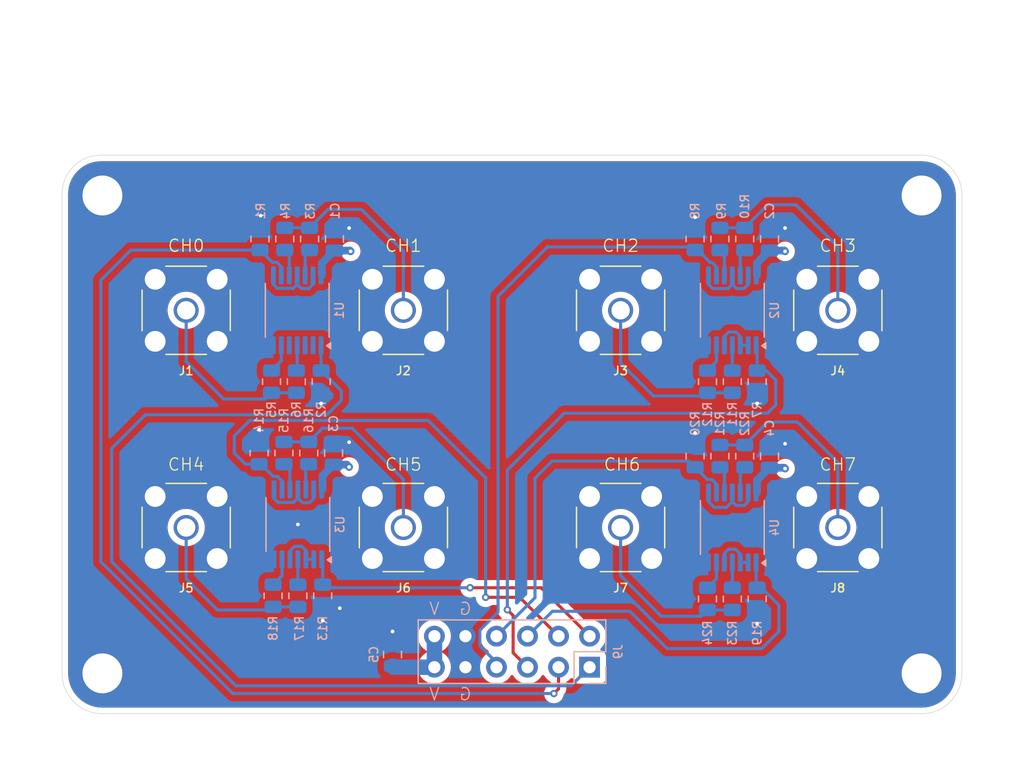
<source format=kicad_pcb>
(kicad_pcb (version 20240108) (generator "pcbnew") (generator_version "8.0")
  (title_block (title "PMOD Buffer") (date "2024-11-25") (rev "v1.0") (company "openEPR") (comment 1 "Timothy Keller"))
  (layers (0 "F.Cu" signal) (1 "In1.Cu" signal) (2 "In2.Cu" signal) (31 "B.Cu" signal) (34 "B.Paste" user) (35 "F.Paste" user) (36 "B.SilkS" user "B.Silkscreen") (37 "F.SilkS" user "F.Silkscreen") (38 "B.Mask" user) (39 "F.Mask" user) (44 "Edge.Cuts" user))
  (net 0 "")
  (net 1 "GND")
  (net 2 "+3.3V")
  (net 3 "CH0_ja_0")
  (net 4 "CH1_ja_1")
  (net 5 "CH2_ja_2")
  (net 6 "CH3_ja_3")
  (net 7 "CH4_ja_4")
  (net 8 "CH5_ja_5")
  (net 9 "CH6_ja_6")
  (net 10 "CH7_ja_7")
  (net 11 "PMOD_ja_1")
  (net 12 "PMOD_ja_7")
  (net 13 "PMOD_ja_8")
  (net 14 "PMOD_ja_3")
  (net 15 "PMOD_ja_2")
  (net 16 "PMOD_ja_10")
  (net 17 "PMOD_ja_4")
  (net 18 "PMOD_ja_9")
  (net 19 "Net-(R3-Pad1)")
  (net 20 "Net-(R4-Pad1)")
  (net 21 "Net-(R5-Pad1)")
  (net 22 "Net-(R6-Pad1)")
  (net 23 "Net-(R9-Pad1)")
  (net 24 "Net-(R10-Pad1)")
  (net 25 "Net-(R11-Pad1)")
  (net 26 "Net-(R12-Pad1)")
  (net 27 "Net-(R15-Pad1)")
  (net 28 "Net-(R16-Pad1)")
  (net 29 "Net-(R17-Pad1)")
  (net 30 "Net-(R18-Pad1)")
  (net 31 "Net-(R21-Pad1)")
  (net 32 "Net-(R22-Pad1)")
  (net 33 "Net-(R23-Pad1)")
  (net 34 "Net-(R24-Pad1)")
  (net 35 "Net-(U1-Pad2)")
  (net 36 "Net-(U1-Pad11)")
  (net 37 "Net-(U2-Pad11)")
  (net 38 "Net-(U2-Pad2)")
  (net 39 "Net-(U3-Pad2)")
  (net 40 "Net-(U3-Pad11)")
  (net 41 "Net-(U4-Pad11)")
  (net 42 "Net-(U4-Pad2)")
  (footprint "Connector_Coaxial:SMA_Amphenol_132291_Vertical" (layer "F.Cu") (at 68.58 68.58)
    (property "Reference" "J6")
    (property "Value" "Conn_Coaxial")
  )
  (footprint "Connector_Coaxial:SMA_Amphenol_132291_Vertical" (layer "F.Cu") (at 68.58 50.8)
    (property "Reference" "J2")
    (property "Value" "Conn_Coaxial")
  )
  (footprint "_tim-Mounting-Holes:4-40_Hole_Pad" (layer "F.Cu") (at 110.998 80.518)
    (property "Reference" "H3" (hide yes))
    (property "Value" "MountingHole_Pad" (hide yes))
  )
  (footprint "_tim-Mounting-Holes:4-40_Hole_Pad" (layer "F.Cu") (at 110.998 41.402)
    (property "Reference" "H4" (hide yes))
    (property "Value" "MountingHole_Pad" (hide yes))
  )
  (footprint "_tim-Mounting-Holes:4-40_Hole_Pad" (layer "F.Cu") (at 43.942 80.518)
    (property "Reference" "H2" (hide yes))
    (property "Value" "MountingHole_Pad" (hide yes))
  )
  (footprint "Connector_Coaxial:SMA_Amphenol_132291_Vertical" (layer "F.Cu") (at 86.36 50.8)
    (property "Reference" "J3")
    (property "Value" "Conn_Coaxial")
  )
  (footprint "Connector_Coaxial:SMA_Amphenol_132291_Vertical" (layer "F.Cu") (at 86.36 68.58)
    (property "Reference" "J7")
    (property "Value" "Conn_Coaxial")
  )
  (footprint "Connector_Coaxial:SMA_Amphenol_132291_Vertical" (layer "F.Cu") (at 104.14 68.58)
    (property "Reference" "J8")
    (property "Value" "Conn_Coaxial")
  )
  (footprint "Connector_Coaxial:SMA_Amphenol_132291_Vertical" (layer "F.Cu") (at 50.8 50.8)
    (property "Reference" "J1")
    (property "Value" "Conn_Coaxial")
  )
  (footprint "_tim-Mounting-Holes:4-40_Hole_Pad" (layer "F.Cu") (at 43.942 41.402)
    (property "Reference" "H1" (hide yes))
    (property "Value" "MountingHole_Pad" (hide yes))
  )
  (footprint "Connector_Coaxial:SMA_Amphenol_132291_Vertical" (layer "F.Cu") (at 104.14 50.8)
    (property "Reference" "J4")
    (property "Value" "Conn_Coaxial")
  )
  (footprint "Connector_Coaxial:SMA_Amphenol_132291_Vertical" (layer "F.Cu") (at 50.8 68.58)
    (property "Reference" "J5")
    (property "Value" "Conn_Coaxial")
  )
  (footprint "Resistor_SMD:R_0805_2012Metric" (layer "B.Cu") (at 96.52 62.738 90)
    (property "Reference" "R22")
    (property "Value" "100")
  )
  (footprint "Package_SO:TSSOP-14_4.4x5mm_P0.65mm" (layer "B.Cu") (at 95.504 50.8 90)
    (property "Reference" "U2")
    (property "Value" "74LVC04AT14-13")
  )
  (footprint "Resistor_SMD:R_0805_2012Metric" (layer "B.Cu") (at 93.472 56.642 -90)
    (property "Reference" "R12")
    (property "Value" "100")
  )
  (footprint "Resistor_SMD:R_0805_2012Metric" (layer "B.Cu") (at 92.456 62.738 90)
    (property "Reference" "R20")
    (property "Value" "10k")
  )
  (footprint "Resistor_SMD:R_0805_2012Metric" (layer "B.Cu") (at 56.84015 44.958 90)
    (property "Reference" "R1")
    (property "Value" "10k")
  )
  (footprint "Capacitor_SMD:C_0805_2012Metric" (layer "B.Cu") (at 98.552 44.958 90)
    (property "Reference" "C2")
    (property "Value" "100nF")
  )
  (footprint "Resistor_SMD:R_0805_2012Metric" (layer "B.Cu") (at 56.769 62.484 90)
    (property "Reference" "R14")
    (property "Value" "10k")
  )
  (footprint "Resistor_SMD:R_0805_2012Metric" (layer "B.Cu") (at 95.504 56.642 -90)
    (property "Reference" "R11")
    (property "Value" "100")
  )
  (footprint "Package_SO:TSSOP-14_4.4x5mm_P0.65mm" (layer "B.Cu") (at 59.88815 50.8 90)
    (property "Reference" "U1")
    (property "Value" "74LVC04AT14-13")
  )
  (footprint "Capacitor_SMD:C_0805_2012Metric" (layer "B.Cu") (at 67.692 78.9725 90)
    (property "Reference" "C5")
    (property "Value" "10uF")
  )
  (footprint "Resistor_SMD:R_0805_2012Metric" (layer "B.Cu") (at 95.504 74.422 -90)
    (property "Reference" "R23")
    (property "Value" "100")
  )
  (footprint "Resistor_SMD:R_0805_2012Metric" (layer "B.Cu") (at 97.536 74.422 -90)
    (property "Reference" "R19")
    (property "Value" "10k")
  )
  (footprint "Package_SO:TSSOP-14_4.4x5mm_P0.65mm" (layer "B.Cu") (at 95.504 68.58 90)
    (property "Reference" "U4")
    (property "Value" "74LVC04AT14-13")
  )
  (footprint "Resistor_SMD:R_0805_2012Metric" (layer "B.Cu") (at 61.849 56.642 -90)
    (property "Reference" "R2")
    (property "Value" "10k")
  )
  (footprint "Resistor_SMD:R_0805_2012Metric" (layer "B.Cu") (at 96.52 44.958 90)
    (property "Reference" "R10")
    (property "Value" "100")
  )
  (footprint "Capacitor_SMD:C_0805_2012Metric" (layer "B.Cu") (at 62.93615 44.958 90)
    (property "Reference" "C1")
    (property "Value" "100nF")
  )
  (footprint "Resistor_SMD:R_0805_2012Metric" (layer "B.Cu") (at 93.472 74.422 -90)
    (property "Reference" "R24")
    (property "Value" "100")
  )
  (footprint "Resistor_SMD:R_0805_2012Metric" (layer "B.Cu") (at 60.833 62.484 90)
    (property "Reference" "R16")
    (property "Value" "100")
  )
  (footprint "Resistor_SMD:R_0805_2012Metric" (layer "B.Cu") (at 59.817 56.642 -90)
    (property "Reference" "R6")
    (property "Value" "100")
  )
  (footprint "Resistor_SMD:R_0805_2012Metric" (layer "B.Cu") (at 60.90415 44.958 90)
    (property "Reference" "R3")
    (property "Value" "100")
  )
  (footprint "Package_SO:TSSOP-14_4.4x5mm_P0.65mm" (layer "B.Cu") (at 59.944 68.326 90)
    (property "Reference" "U3")
    (property "Value" "74LVC04AT14-13")
  )
  (footprint "Resistor_SMD:R_0805_2012Metric" (layer "B.Cu") (at 58.801 62.484 90)
    (property "Reference" "R15")
    (property "Value" "100")
  )
  (footprint "Resistor_SMD:R_0805_2012Metric" (layer "B.Cu") (at 58.87215 44.958 90)
    (property "Reference" "R4")
    (property "Value" "100")
  )
  (footprint "Capacitor_SMD:C_0805_2012Metric" (layer "B.Cu") (at 98.552 62.738 90)
    (property "Reference" "C4")
    (property "Value" "100nF")
  )
  (footprint "Resistor_SMD:R_0805_2012Metric" (layer "B.Cu") (at 57.912 74.168 -90)
    (property "Reference" "R18")
    (property "Value" "100")
  )
  (footprint "Resistor_SMD:R_0805_2012Metric" (layer "B.Cu") (at 92.456 44.958 90)
    (property "Reference" "R8")
    (property "Value" "10k")
  )
  (footprint "_tim-Headers:PMOD_PinHeader_2x06_P2.54mm_Vertical" (layer "B.Cu") (at 83.82 80.015 90)
    (property "Reference" "J9")
    (property "Value" "Conn_02x06_Top_Bottom")
  )
  (footprint "Capacitor_SMD:C_0805_2012Metric" (layer "B.Cu") (at 62.865 62.484 90)
    (property "Reference" "C3")
    (property "Value" "100nF")
  )
  (footprint "Resistor_SMD:R_0805_2012Metric" (layer "B.Cu") (at 97.536 56.642 -90)
    (property "Reference" "R7")
    (property "Value" "10k")
  )
  (footprint "Resistor_SMD:R_0805_2012Metric" (layer "B.Cu") (at 94.488 62.738 90)
    (property "Reference" "R21")
    (property "Value" "100")
  )
  (footprint "Resistor_SMD:R_0805_2012Metric" (layer "B.Cu") (at 61.976 74.168 -90)
    (property "Reference" "R13")
    (property "Value" "10k")
  )
  (footprint "Resistor_SMD:R_0805_2012Metric" (layer "B.Cu") (at 94.488 44.958 90)
    (property "Reference" "R9")
    (property "Value" "100")
  )
  (footprint "Resistor_SMD:R_0805_2012Metric" (layer "B.Cu") (at 57.785 56.642 -90)
    (property "Reference" "R5")
    (property "Value" "100")
  )
  (footprint "Resistor_SMD:R_0805_2012Metric" (layer "B.Cu") (at 59.944 74.168 -90)
    (property "Reference" "R17")
    (property "Value" "100")
  )
  (gr_line (start 114.3 41.402) (end 114.3 80.518) (stroke (width 0.05)) (layer "Edge.Cuts"))
  (gr_arc (start 40.64 41.275) (mid 41.569936 39.029936) (end 43.815 38.1) (stroke (width 0.05)) (layer "Edge.Cuts"))
  (gr_line (start 43.815 38.1) (end 110.998 38.1) (stroke (width 0.05)) (layer "Edge.Cuts"))
  (gr_arc (start 114.3 80.518) (mid 113.332867 82.852867) (end 110.998 83.82) (stroke (width 0.05)) (layer "Edge.Cuts"))
  (gr_line (start 40.64 80.518) (end 40.64 41.275) (stroke (width 0.05)) (layer "Edge.Cuts"))
  (gr_line (start 110.998 83.82) (end 43.942 83.82) (stroke (width 0.05)) (layer "Edge.Cuts"))
  (gr_arc (start 43.942 83.82) (mid 41.607133 82.852867) (end 40.64 80.518) (stroke (width 0.05)) (layer "Edge.Cuts"))
  (gr_arc (start 110.998 38.1) (mid 113.332867 39.067133) (end 114.3 41.402) (stroke (width 0.05)) (layer "Edge.Cuts"))
  (gr_text "V" (at 71.12 75.819 0) (layer "B.SilkS") (effects (font (size 1 1) (thickness 0.1)) (justify bottom mirror)))
  (gr_text "G" (at 73.66 82.804 0) (layer "B.SilkS") (effects (font (size 1 1) (thickness 0.1)) (justify bottom mirror)))
  (gr_text "G" (at 73.66 75.819 0) (layer "B.SilkS") (effects (font (size 1 1) (thickness 0.1)) (justify bottom mirror)))
  (gr_text "V" (at 71.12 82.804 0) (layer "B.SilkS") (effects (font (size 1 1) (thickness 0.1)) (justify bottom mirror)))
  (gr_text "CH7" (at 104.14 64.008 -0) (layer "F.SilkS") (effects (font (size 1 1) (thickness 0.1)) (justify bottom)))
  (gr_text "CH1" (at 68.58 46.101 -0) (layer "F.SilkS") (effects (font (size 1 1) (thickness 0.1)) (justify bottom)))
  (gr_text "CH5" (at 68.58 64.008 -0) (layer "F.SilkS") (effects (font (size 1 1) (thickness 0.1)) (justify bottom)))
  (gr_text "CH6" (at 86.487 64.008 -0) (layer "F.SilkS") (effects (font (size 1 1) (thickness 0.1)) (justify bottom)))
  (gr_text "CH3" (at 104.14 46.101 -0) (layer "F.SilkS") (effects (font (size 1 1) (thickness 0.1)) (justify bottom)))
  (gr_text "CH0" (at 50.8 46.101 -0) (layer "F.SilkS") (effects (font (size 1 1) (thickness 0.1)) (justify bottom)))
  (gr_text "CH2" (at 86.36 46.101 -0) (layer "F.SilkS") (effects (font (size 1 1) (thickness 0.1)) (justify bottom)))
  (gr_text "CH4" (at 50.8 64.008 -0) (layer "F.SilkS") (effects (font (size 1 1) (thickness 0.1)) (justify bottom)))
  (via (at 56.896 43.053) (size 0.6) (drill 0.3) (layers "F.Cu" "B.Cu") (net 1))
  (via (at 92.456 43.18) (size 0.6) (drill 0.3) (layers "F.Cu" "B.Cu") (net 1))
  (via (at 97.536 58.419988) (size 0.6) (drill 0.3) (layers "F.Cu" "B.Cu") (net 1))
  (via (at 61.976 76.2) (size 0.6) (drill 0.3) (layers "F.Cu" "B.Cu") (net 1))
  (via (at 56.769 60.579) (size 0.6) (drill 0.3) (layers "F.Cu" "B.Cu") (net 1))
  (via (at 64.135 44.069) (size 0.6) (drill 0.3) (layers "F.Cu" "B.Cu") (net 1))
  (via (at 59.944 68.326) (size 0.6) (drill 0.3) (layers "F.Cu" "B.Cu") (net 1))
  (via (at 92.456 60.833) (size 0.6) (drill 0.3) (layers "F.Cu" "B.Cu") (net 1))
  (via (at 63.373 75.184) (size 0.6) (drill 0.3) (layers "F.Cu" "B.Cu") (net 1))
  (via (at 67.691 77.089) (size 0.6) (drill 0.3) (layers "F.Cu" "B.Cu") (net 1))
  (via (at 61.849 58.42) (size 0.6) (drill 0.3) (layers "F.Cu" "B.Cu") (net 1))
  (via (at 64.135 61.595) (size 0.6) (drill 0.3) (layers "F.Cu" "B.Cu") (net 1))
  (via (at 99.822 44.069) (size 0.6) (drill 0.3) (layers "F.Cu" "B.Cu") (net 1))
  (via (at 99.822 61.722) (size 0.6) (drill 0.3) (layers "F.Cu" "B.Cu") (net 1))
  (via (at 97.536 76.454) (size 0.6) (drill 0.3) (layers "F.Cu" "B.Cu") (net 1))
  (segment (start 62.93615 44.008) (end 64.074 44.008) (width 0.254) (layer "B.Cu") (net 1))
  (segment (start 61.849 57.5545) (end 61.849 58.42) (width 0.254) (layer "B.Cu") (net 1))
  (segment (start 99.761 44.008) (end 99.822 44.069) (width 0.254) (layer "B.Cu") (net 1))
  (segment (start 98.552 44.008) (end 99.761 44.008) (width 0.254) (layer "B.Cu") (net 1))
  (segment (start 56.84015 44.0455) (end 56.84015 43.10885) (width 0.254) (layer "B.Cu") (net 1))
  (segment (start 56.84015 43.10885) (end 56.896 43.053) (width 0.254) (layer "B.Cu") (net 1))
  (segment (start 99.756 61.788) (end 99.822 61.722) (width 0.254) (layer "B.Cu") (net 1))
  (segment (start 97.536 57.5545) (end 97.536 58.419988) (width 0.254) (layer "B.Cu") (net 1))
  (segment (start 92.456 61.8255) (end 92.456 60.833) (width 0.254) (layer "B.Cu") (net 1))
  (segment (start 98.552 61.788) (end 99.756 61.788) (width 0.254) (layer "B.Cu") (net 1))
  (segment (start 67.692 78.0225) (end 67.692 77.09) (width 0.254) (layer "B.Cu") (net 1))
  (segment (start 62.865 61.534) (end 64.074 61.534) (width 0.254) (layer "B.Cu") (net 1))
  (segment (start 64.074 44.008) (end 64.135 44.069) (width 0.254) (layer "B.Cu") (net 1))
  (segment (start 64.074 61.534) (end 64.135 61.595) (width 0.254) (layer "B.Cu") (net 1))
  (segment (start 92.456 44.0455) (end 92.456 43.18) (width 0.254) (layer "B.Cu") (net 1))
  (segment (start 67.692 77.09) (end 67.691 77.089) (width 0.254) (layer "B.Cu") (net 1))
  (segment (start 56.769 61.5715) (end 56.769 60.579) (width 0.254) (layer "B.Cu") (net 1))
  (via (at 99.822 63.754) (size 0.6) (drill 0.3) (layers "F.Cu" "B.Cu") (net 2))
  (via (at 64.262 45.974) (size 0.6) (drill 0.3) (layers "F.Cu" "B.Cu") (net 2))
  (via (at 64.135 63.627) (size 0.6) (drill 0.3) (layers "F.Cu" "B.Cu") (net 2))
  (via (at 99.822 45.974) (size 0.6) (drill 0.3) (layers "F.Cu" "B.Cu") (net 2))
  (segment (start 64.196 45.908) (end 64.262 45.974) (width 0.635) (layer "B.Cu") (net 2))
  (segment (start 99.756 45.908) (end 99.822 45.974) (width 0.635) (layer "B.Cu") (net 2))
  (segment (start 97.5215 46.9385) (end 97.5215 47.9375) (width 0.635) (layer "B.Cu") (net 2))
  (segment (start 99.756 63.688) (end 99.822 63.754) (width 0.635) (layer "B.Cu") (net 2))
  (segment (start 71.12 77.475) (end 71.12 80.015) (width 1.27) (layer "B.Cu") (net 2))
  (segment (start 61.9615 64.3375) (end 61.9615 65.4635) (width 0.635) (layer "B.Cu") (net 2))
  (segment (start 71.12 80.015) (end 67.7845 80.015) (width 1.27) (layer "B.Cu") (net 2))
  (segment (start 98.552 63.688) (end 99.756 63.688) (width 0.635) (layer "B.Cu") (net 2))
  (segment (start 97.5215 64.7185) (end 97.5215 65.7175) (width 0.635) (layer "B.Cu") (net 2))
  (segment (start 63.942 63.434) (end 64.135 63.627) (width 0.635) (layer "B.Cu") (net 2))
  (segment (start 62.93615 45.908) (end 61.90565 46.9385) (width 0.635) (layer "B.Cu") (net 2))
  (segment (start 62.865 63.434) (end 61.9615 64.3375) (width 0.635) (layer "B.Cu") (net 2))
  (segment (start 67.7845 80.015) (end 67.692 79.9225) (width 1.27) (layer "B.Cu") (net 2))
  (segment (start 98.552 45.908) (end 99.756 45.908) (width 0.635) (layer "B.Cu") (net 2))
  (segment (start 61.90565 46.9385) (end 61.90565 47.9375) (width 0.635) (layer "B.Cu") (net 2))
  (segment (start 62.93615 45.908) (end 64.196 45.908) (width 0.635) (layer "B.Cu") (net 2))
  (segment (start 98.552 45.908) (end 97.5215 46.9385) (width 0.635) (layer "B.Cu") (net 2))
  (segment (start 62.865 63.434) (end 63.942 63.434) (width 0.635) (layer "B.Cu") (net 2))
  (segment (start 98.552 63.688) (end 97.5215 64.7185) (width 0.635) (layer "B.Cu") (net 2))
  (segment (start 57.785 57.5545) (end 57.277 58.0625) (width 0.254) (layer "B.Cu") (net 3))
  (segment (start 57.277 58.0625) (end 53.8715 58.0625) (width 0.254) (layer "B.Cu") (net 3))
  (segment (start 53.8715 58.0625) (end 50.8 54.991) (width 0.254) (layer "B.Cu") (net 3))
  (segment (start 50.8 54.991) (end 50.8 50.8) (width 0.254) (layer "B.Cu") (net 3))
  (segment (start 59.817 57.5545) (end 57.785 57.5545) (width 0.254) (layer "B.Cu") (net 3))
  (segment (start 65.151 42.545) (end 68.58 45.974) (width 0.254) (layer "B.Cu") (net 4))
  (segment (start 60.90415 44.0455) (end 62.40465 42.545) (width 0.254) (layer "B.Cu") (net 4))
  (segment (start 62.40465 42.545) (end 65.151 42.545) (width 0.254) (layer "B.Cu") (net 4))
  (segment (start 68.58 45.974) (end 68.58 50.8) (width 0.254) (layer "B.Cu") (net 4))
  (segment (start 60.90415 44.0455) (end 58.87215 44.0455) (width 0.254) (layer "B.Cu") (net 4))
  (segment (start 93.218 57.8085) (end 89.0505 57.8085) (width 0.254) (layer "B.Cu") (net 5))
  (segment (start 89.0505 57.8085) (end 86.36 55.118) (width 0.254) (layer "B.Cu") (net 5))
  (segment (start 86.36 55.118) (end 86.36 50.8) (width 0.254) (layer "B.Cu") (net 5))
  (segment (start 93.472 57.5545) (end 93.218 57.8085) (width 0.254) (layer "B.Cu") (net 5))
  (segment (start 95.504 57.5545) (end 93.472 57.5545) (width 0.254) (layer "B.Cu") (net 5))
  (segment (start 98.4015 42.164) (end 100.711 42.164) (width 0.254) (layer "B.Cu") (net 6))
  (segment (start 104.14 45.593) (end 104.14 50.8) (width 0.254) (layer "B.Cu") (net 6))
  (segment (start 100.711 42.164) (end 104.14 45.593) (width 0.254) (layer "B.Cu") (net 6))
  (segment (start 94.488 44.0455) (end 96.52 44.0455) (width 0.254) (layer "B.Cu") (net 6))
  (segment (start 96.52 44.0455) (end 98.4015 42.164) (width 0.254) (layer "B.Cu") (net 6))
  (segment (start 59.944 75.0805) (end 57.912 75.0805) (width 0.254) (layer "B.Cu") (net 7))
  (segment (start 57.658 75.3345) (end 53.3635 75.3345) (width 0.254) (layer "B.Cu") (net 7))
  (segment (start 53.3635 75.3345) (end 50.8 72.771) (width 0.254) (layer "B.Cu") (net 7))
  (segment (start 57.912 75.0805) (end 57.658 75.3345) (width 0.254) (layer "B.Cu") (net 7))
  (segment (start 50.8 72.771) (end 50.8 68.58) (width 0.254) (layer "B.Cu") (net 7))
  (segment (start 64.389 60.452) (end 68.58 64.643) (width 0.254) (layer "B.Cu") (net 8))
  (segment (start 68.58 64.643) (end 68.58 68.58) (width 0.254) (layer "B.Cu") (net 8))
  (segment (start 58.801 61.5715) (end 60.833 61.5715) (width 0.254) (layer "B.Cu") (net 8))
  (segment (start 61.9525 60.452) (end 64.389 60.452) (width 0.254) (layer "B.Cu") (net 8))
  (segment (start 60.833 61.5715) (end 61.9525 60.452) (width 0.254) (layer "B.Cu") (net 8))
  (segment (start 86.36 72.517) (end 86.36 68.58) (width 0.254) (layer "B.Cu") (net 9))
  (segment (start 92.964 75.8425) (end 89.6855 75.8425) (width 0.254) (layer "B.Cu") (net 9))
  (segment (start 93.472 75.3345) (end 92.964 75.8425) (width 0.254) (layer "B.Cu") (net 9))
  (segment (start 89.6855 75.8425) (end 86.36 72.517) (width 0.254) (layer "B.Cu") (net 9))
  (segment (start 95.504 75.3345) (end 93.472 75.3345) (width 0.254) (layer "B.Cu") (net 9))
  (segment (start 104.14 63.246) (end 104.14 68.58) (width 0.254) (layer "B.Cu") (net 10))
  (segment (start 98.4015 59.944) (end 100.838 59.944) (width 0.254) (layer "B.Cu") (net 10))
  (segment (start 100.838 59.944) (end 104.14 63.246) (width 0.254) (layer "B.Cu") (net 10))
  (segment (start 94.488 61.8255) (end 96.52 61.8255) (width 0.254) (layer "B.Cu") (net 10))
  (segment (start 96.52 61.8255) (end 98.4015 59.944) (width 0.254) (layer "B.Cu") (net 10))
  (segment (start 44.704 62.103) (end 47.456 59.351) (width 0.254) (layer "B.Cu") (net 11))
  (segment (start 63.5 58.166) (end 63.5 57.3805) (width 0.254) (layer "B.Cu") (net 11))
  (segment (start 44.704 71.374) (end 44.704 62.103) (width 0.254) (layer "B.Cu") (net 11))
  (segment (start 83.82 80.015) (end 82.301 81.534) (width 0.254) (layer "B.Cu") (net 11))
  (segment (start 54.864 81.534) (end 44.704 71.374) (width 0.254) (layer "B.Cu") (net 11))
  (segment (start 63.5 57.3805) (end 61.849 55.7295) (width 0.254) (layer "B.Cu") (net 11))
  (segment (start 61.83815 53.6625) (end 61.83815 55.71865) (width 0.254) (layer "B.Cu") (net 11))
  (segment (start 62.315 59.351) (end 63.5 58.166) (width 0.254) (layer "B.Cu") (net 11))
  (segment (start 47.456 59.351) (end 62.315 59.351) (width 0.254) (layer "B.Cu") (net 11))
  (segment (start 61.83815 55.71865) (end 61.849 55.7295) (width 0.254) (layer "B.Cu") (net 11))
  (segment (start 82.301 81.534) (end 54.864 81.534) (width 0.254) (layer "B.Cu") (net 11))
  (segment (start 83.82 77.475) (end 79.8545 73.5095) (width 0.254) (layer "F.Cu") (net 12))
  (segment (start 79.8545 73.5095) (end 74.041 73.5095) (width 0.254) (layer "F.Cu") (net 12))
  (via (at 74.041 73.5095) (size 0.6) (drill 0.3) (layers "F.Cu" "B.Cu") (net 12))
  (segment (start 61.976 73.2555) (end 62.23 73.5095) (width 0.254) (layer "B.Cu") (net 12))
  (segment (start 61.976 73.2555) (end 61.976 71.2705) (width 0.254) (layer "B.Cu") (net 12))
  (segment (start 62.23 73.5095) (end 74.041 73.5095) (width 0.254) (layer "B.Cu") (net 12))
  (segment (start 61.976 71.2705) (end 61.894 71.1885) (width 0.254) (layer "B.Cu") (net 12))
  (segment (start 78.1 74.295) (end 75.311 74.295) (width 0.254) (layer "F.Cu") (net 13))
  (segment (start 81.28 77.475) (end 78.1 74.295) (width 0.254) (layer "F.Cu") (net 13))
  (via (at 75.311 74.295) (size 0.6) (drill 0.3) (layers "F.Cu" "B.Cu") (net 13))
  (segment (start 55.6495 63.3965) (end 56.769 63.3965) (width 0.254) (layer "B.Cu") (net 13))
  (segment (start 75.311 64.516) (end 70.612 59.817) (width 0.254) (layer "B.Cu") (net 13))
  (segment (start 57.922 64.399) (end 58.27364 64.399) (width 0.254) (layer "B.Cu") (net 13))
  (segment (start 58.644 64.76936) (end 58.644 65.4635) (width 0.254) (layer "B.Cu") (net 13))
  (segment (start 70.612 59.817) (end 56.007 59.817) (width 0.254) (layer "B.Cu") (net 13))
  (segment (start 54.737 62.484) (end 55.6495 63.3965) (width 0.254) (layer "B.Cu") (net 13))
  (segment (start 58.27364 64.399) (end 58.644 64.76936) (width 0.254) (layer "B.Cu") (net 13))
  (segment (start 56.769 63.3965) (end 56.9195 63.3965) (width 0.254) (layer "B.Cu") (net 13))
  (segment (start 75.311 74.295) (end 75.311 64.516) (width 0.254) (layer "B.Cu") (net 13))
  (segment (start 56.007 59.817) (end 54.737 61.087) (width 0.254) (layer "B.Cu") (net 13))
  (segment (start 54.737 61.087) (end 54.737 62.484) (width 0.254) (layer "B.Cu") (net 13))
  (segment (start 56.9195 63.3965) (end 57.922 64.399) (width 0.254) (layer "B.Cu") (net 13))
  (segment (start 77.563 78.838) (end 77.563 75.784996) (width 0.254) (layer "F.Cu") (net 14))
  (segment (start 77.563 75.784996) (end 77.089 75.310996) (width 0.254) (layer "F.Cu") (net 14))
  (segment (start 78.74 80.015) (end 77.563 78.838) (width 0.254) (layer "F.Cu") (net 14))
  (via (at 77.089 75.310996) (size 0.6) (drill 0.3) (layers "F.Cu" "B.Cu") (net 14))
  (segment (start 98.383 59.224) (end 81.738947 59.224) (width 0.254) (layer "B.Cu") (net 14))
  (segment (start 97.536 55.7295) (end 97.536 53.7445) (width 0.254) (layer "B.Cu") (net 14))
  (segment (start 99.06 58.547) (end 98.383 59.224) (width 0.254) (layer "B.Cu") (net 14))
  (segment (start 81.738947 59.224) (end 77.089 63.873947) (width 0.254) (layer "B.Cu") (net 14))
  (segment (start 99.06 56.515) (end 99.06 58.547) (width 0.254) (layer "B.Cu") (net 14))
  (segment (start 97.536 55.7295) (end 98.2745 55.7295) (width 0.254) (layer "B.Cu") (net 14))
  (segment (start 98.2745 55.7295) (end 99.06 56.515) (width 0.254) (layer "B.Cu") (net 14))
  (segment (start 97.536 53.7445) (end 97.454 53.6625) (width 0.254) (layer "B.Cu") (net 14))
  (segment (start 77.089 63.873947) (end 77.089 75.310996) (width 0.254) (layer "B.Cu") (net 14))
  (segment (start 81.28 80.015) (end 81.28 81.788) (width 0.254) (layer "F.Cu") (net 15))
  (segment (start 81.28 81.788) (end 80.899 82.169) (width 0.254) (layer "F.Cu") (net 15))
  (via (at 80.899 82.169) (size 0.6) (drill 0.3) (layers "F.Cu" "B.Cu") (net 15))
  (segment (start 58.58815 47.24336) (end 58.21779 46.873) (width 0.254) (layer "B.Cu") (net 15))
  (segment (start 57.8585 46.873) (end 56.856 45.8705) (width 0.254) (layer "B.Cu") (net 15))
  (segment (start 58.21779 46.873) (end 57.8585 46.873) (width 0.254) (layer "B.Cu") (net 15))
  (segment (start 58.58815 47.9375) (end 58.58815 47.24336) (width 0.254) (layer "B.Cu") (net 15))
  (segment (start 43.815 71.374) (end 54.61 82.169) (width 0.254) (layer "B.Cu") (net 15))
  (segment (start 43.815 48.3235) (end 43.815 71.374) (width 0.254) (layer "B.Cu") (net 15))
  (segment (start 56.84015 45.8705) (end 46.268 45.8705) (width 0.254) (layer "B.Cu") (net 15))
  (segment (start 54.61 82.169) (end 80.899 82.169) (width 0.254) (layer "B.Cu") (net 15))
  (segment (start 46.268 45.8705) (end 43.815 48.3235) (width 0.254) (layer "B.Cu") (net 15))
  (segment (start 56.856 45.8705) (end 56.84015 45.8705) (width 0.254) (layer "B.Cu") (net 15))
  (segment (start 93.4585 64.653) (end 93.83364 64.653) (width 0.254) (layer "B.Cu") (net 16))
  (segment (start 80.7485 63.1425) (end 91.948 63.1425) (width 0.254) (layer "B.Cu") (net 16))
  (segment (start 76.2 77.475) (end 79.3515 74.3235) (width 0.254) (layer "B.Cu") (net 16))
  (segment (start 79.3515 64.5395) (end 80.7485 63.1425) (width 0.254) (layer "B.Cu") (net 16))
  (segment (start 91.948 63.1425) (end 92.456 63.6505) (width 0.254) (layer "B.Cu") (net 16))
  (segment (start 92.456 63.6505) (end 93.4585 64.653) (width 0.254) (layer "B.Cu") (net 16))
  (segment (start 94.204 65.02336) (end 94.204 65.7175) (width 0.254) (layer "B.Cu") (net 16))
  (segment (start 79.3515 74.3235) (end 79.3515 64.5395) (width 0.254) (layer "B.Cu") (net 16))
  (segment (start 93.83364 64.653) (end 94.204 65.02336) (width 0.254) (layer "B.Cu") (net 16))
  (segment (start 94.204 47.24336) (end 93.83364 46.873) (width 0.254) (layer "B.Cu") (net 17))
  (segment (start 80.4145 45.6165) (end 92.202 45.6165) (width 0.254) (layer "B.Cu") (net 17))
  (segment (start 76.327 75.49747) (end 76.327 49.657) (width 0.254) (layer "B.Cu") (net 17))
  (segment (start 74.837 78.266) (end 74.837 76.98747) (width 0.254) (layer "B.Cu") (net 17))
  (segment (start 76.327 49.657) (end 80.391 45.593) (width 0.254) (layer "B.Cu") (net 17))
  (segment (start 76.2 79.629) (end 74.837 78.266) (width 0.254) (layer "B.Cu") (net 17))
  (segment (start 76.2 80.015) (end 76.2 79.629) (width 0.254) (layer "B.Cu") (net 17))
  (segment (start 80.391 45.593) (end 80.4145 45.6165) (width 0.254) (layer "B.Cu") (net 17))
  (segment (start 92.202 45.6165) (end 92.456 45.8705) (width 0.254) (layer "B.Cu") (net 17))
  (segment (start 93.83364 46.873) (end 93.6795 46.873) (width 0.254) (layer "B.Cu") (net 17))
  (segment (start 74.837 76.98747) (end 76.327 75.49747) (width 0.254) (layer "B.Cu") (net 17))
  (segment (start 94.204 47.9375) (end 94.204 47.24336) (width 0.254) (layer "B.Cu") (net 17))
  (segment (start 92.677 45.8705) (end 92.456 45.8705) (width 0.254) (layer "B.Cu") (net 17))
  (segment (start 93.6795 46.873) (end 92.677 45.8705) (width 0.254) (layer "B.Cu") (net 17))
  (segment (start 99.314 77.089) (end 99.314 74.93) (width 0.254) (layer "B.Cu") (net 18))
  (segment (start 99.314 74.93) (end 97.8935 73.5095) (width 0.254) (layer "B.Cu") (net 18))
  (segment (start 97.454 71.4425) (end 97.454 73.4275) (width 0.254) (layer "B.Cu") (net 18))
  (segment (start 80.777 75.438) (end 87.122 75.438) (width 0.254) (layer "B.Cu") (net 18))
  (segment (start 97.917 78.486) (end 99.314 77.089) (width 0.254) (layer "B.Cu") (net 18))
  (segment (start 87.122 75.438) (end 90.17 78.486) (width 0.254) (layer "B.Cu") (net 18))
  (segment (start 97.454 73.4275) (end 97.536 73.5095) (width 0.254) (layer "B.Cu") (net 18))
  (segment (start 97.8935 73.5095) (end 97.536 73.5095) (width 0.254) (layer "B.Cu") (net 18))
  (segment (start 90.17 78.486) (end 97.917 78.486) (width 0.254) (layer "B.Cu") (net 18))
  (segment (start 78.74 77.475) (end 80.777 75.438) (width 0.254) (layer "B.Cu") (net 18))
  (segment (start 60.53815 46.2365) (end 60.53815 47.9375) (width 0.254) (layer "B.Cu") (net 19))
  (segment (start 60.90415 45.8705) (end 60.53815 46.2365) (width 0.254) (layer "B.Cu") (net 19))
  (segment (start 59.23815 46.2365) (end 59.23815 47.9375) (width 0.254) (layer "B.Cu") (net 20))
  (segment (start 58.87215 45.8705) (end 59.23815 46.2365) (width 0.254) (layer "B.Cu") (net 20))
  (segment (start 58.58815 54.92635) (end 57.785 55.7295) (width 0.254) (layer "B.Cu") (net 21))
  (segment (start 58.58815 53.6625) (end 58.58815 54.92635) (width 0.254) (layer "B.Cu") (net 21))
  (segment (start 59.88815 53.6625) (end 59.88815 55.65835) (width 0.254) (layer "B.Cu") (net 22))
  (segment (start 59.88815 55.65835) (end 59.817 55.7295) (width 0.254) (layer "B.Cu") (net 22))
  (segment (start 94.854 46.2365) (end 94.854 47.9375) (width 0.254) (layer "B.Cu") (net 23))
  (segment (start 94.488 45.8705) (end 94.854 46.2365) (width 0.254) (layer "B.Cu") (net 23))
  (segment (start 96.154 46.2365) (end 96.154 47.9375) (width 0.254) (layer "B.Cu") (net 24))
  (segment (start 96.52 45.8705) (end 96.154 46.2365) (width 0.254) (layer "B.Cu") (net 24))
  (segment (start 95.504 55.7295) (end 95.504 53.6625) (width 0.254) (layer "B.Cu") (net 25))
  (segment (start 93.472 55.7295) (end 94.204 54.9975) (width 0.254) (layer "B.Cu") (net 26))
  (segment (start 94.204 54.9975) (end 94.204 53.6625) (width 0.254) (layer "B.Cu") (net 26))
  (segment (start 59.294 63.8895) (end 59.294 65.4635) (width 0.254) (layer "B.Cu") (net 27))
  (segment (start 58.801 63.3965) (end 59.294 63.8895) (width 0.254) (layer "B.Cu") (net 27))
  (segment (start 60.579 65.4485) (end 60.594 65.4635) (width 0.254) (layer "B.Cu") (net 28))
  (segment (start 60.833 63.3965) (end 60.579 63.6505) (width 0.254) (layer "B.Cu") (net 28))
  (segment (start 60.579 63.6505) (end 60.579 65.4485) (width 0.254) (layer "B.Cu") (net 28))
  (segment (start 59.944 73.2555) (end 59.944 71.1885) (width 0.254) (layer "B.Cu") (net 29))
  (segment (start 58.644 72.5235) (end 57.912 73.2555) (width 0.254) (layer "B.Cu") (net 30))
  (segment (start 58.644 71.1885) (end 58.644 72.5235) (width 0.254) (layer "B.Cu") (net 30))
  (segment (start 94.488 63.6505) (end 94.854 64.0165) (width 0.254) (layer "B.Cu") (net 31))
  (segment (start 94.854 64.0165) (end 94.854 65.7175) (width 0.254) (layer "B.Cu") (net 31))
  (segment (start 96.52 63.6505) (end 96.154 64.0165) (width 0.254) (layer "B.Cu") (net 32))
  (segment (start 96.154 64.0165) (end 96.154 65.7175) (width 0.254) (layer "B.Cu") (net 32))
  (segment (start 95.504 71.4425) (end 95.504 73.5095) (width 0.254) (layer "B.Cu") (net 33))
  (segment (start 94.204 71.4425) (end 94.204 72.7775) (width 0.254) (layer "B.Cu") (net 34))
  (segment (start 94.204 72.7775) (end 93.472 73.5095) (width 0.254) (layer "B.Cu") (net 34))
  (segment (start 59.88815 48.674999) (end 59.561149 49.002) (width 0.254) (layer "B.Cu") (net 36))
  (segment (start 59.88815 48.674999) (end 59.88815 47.9375) (width 0.254) (layer "B.Cu") (net 36))
  (segment (start 58.265151 49.002) (end 57.93815 48.674999) (width 0.254) (layer "B.Cu") (net 36))
  (segment (start 61.18815 48.674999) (end 60.841149 49.022) (width 0.254) (layer "B.Cu") (net 36))
  (segment (start 57.93815 48.674999) (end 57.93815 47.9375) (width 0.254) (layer "B.Cu") (net 36))
  (segment (start 61.18815 47.9375) (end 61.18815 48.674999) (width 0.254) (layer "B.Cu") (net 36))
  (segment (start 59.561149 49.002) (end 58.265151 49.002) (width 0.254) (layer "B.Cu") (net 36))
  (segment (start 60.841149 49.022) (end 60.235151 49.022) (width 0.254) (layer "B.Cu") (net 36))
  (segment (start 60.235151 49.022) (end 59.88815 48.674999) (width 0.254) (layer "B.Cu") (net 36))
  (segment (start 95.851001 49.022) (end 95.504 48.674999) (width 0.254) (layer "B.Cu") (net 37))
  (segment (start 96.804 47.9375) (end 96.804 48.674999) (width 0.254) (layer "B.Cu") (net 37))
  (segment (start 95.504 48.674999) (end 95.504 47.9375) (width 0.254) (layer "B.Cu") (net 37))
  (segment (start 96.456999 49.022) (end 95.851001 49.022) (width 0.254) (layer "B.Cu") (net 37))
  (segment (start 93.554 47.9375) (end 93.554 48.674999) (width 0.254) (layer "B.Cu") (net 37))
  (segment (start 96.804 48.674999) (end 96.456999 49.022) (width 0.254) (layer "B.Cu") (net 37))
  (segment (start 93.554 48.674999) (end 93.901001 49.022) (width 0.254) (layer "B.Cu") (net 37))
  (segment (start 93.901001 49.022) (end 95.156999 49.022) (width 0.254) (layer "B.Cu") (net 37))
  (segment (start 95.156999 49.022) (end 95.504 48.674999) (width 0.254) (layer "B.Cu") (net 37))
  (segment (start 95.806999 52.578) (end 96.154 52.925001) (width 0.254) (layer "B.Cu") (net 38))
  (segment (start 96.154 52.925001) (end 96.154 53.6625) (width 0.254) (layer "B.Cu") (net 38))
  (segment (start 94.854 52.925001) (end 95.201001 52.578) (width 0.254) (layer "B.Cu") (net 38))
  (segment (start 95.201001 52.578) (end 95.806999 52.578) (width 0.254) (layer "B.Cu") (net 38))
  (segment (start 94.854 53.6625) (end 94.854 52.925001) (width 0.254) (layer "B.Cu") (net 38))
  (segment (start 96.154 53.6625) (end 96.804 53.6625) (width 0.254) (layer "B.Cu") (net 38))
  (segment (start 59.294 71.1885) (end 59.294 70.49436) (width 0.254) (layer "B.Cu") (net 39))
  (segment (start 60.266999 70.124) (end 60.594 70.451001) (width 0.254) (layer "B.Cu") (net 39))
  (segment (start 59.66436 70.124) (end 60.266999 70.124) (width 0.254) (layer "B.Cu") (net 39))
  (segment (start 61.244 71.1885) (end 60.594 71.1885) (width 0.254) (layer "B.Cu") (net 39))
  (segment (start 59.294 70.49436) (end 59.66436 70.124) (width 0.254) (layer "B.Cu") (net 39))
  (segment (start 60.594 70.451001) (end 60.594 71.1885) (width 0.254) (layer "B.Cu") (net 39))
  (segment (start 61.244 65.4635) (end 61.244 66.200999) (width 0.254) (layer "B.Cu") (net 40))
  (segment (start 61.244 66.200999) (end 60.896999 66.548) (width 0.254) (layer "B.Cu") (net 40))
  (segment (start 57.994 66.200999) (end 58.321001 66.528) (width 0.254) (layer "B.Cu") (net 40))
  (segment (start 58.321001 66.528) (end 59.583 66.528) (width 0.254) (layer "B.Cu") (net 40))
  (segment (start 60.896999 66.548) (end 60.325 66.548) (width 0.254) (layer "B.Cu") (net 40))
  (segment (start 59.583 66.528) (end 59.944 66.167) (width 0.254) (layer "B.Cu") (net 40))
  (segment (start 59.944 66.167) (end 59.944 65.4635) (width 0.254) (layer "B.Cu") (net 40))
  (segment (start 60.325 66.548) (end 59.944 66.167) (width 0.254) (layer "B.Cu") (net 40))
  (segment (start 57.994 65.4635) (end 57.994 66.200999) (width 0.254) (layer "B.Cu") (net 40))
  (segment (start 96.476999 66.782) (end 95.831001 66.782) (width 0.254) (layer "B.Cu") (net 41))
  (segment (start 96.804 65.7175) (end 96.804 66.454999) (width 0.254) (layer "B.Cu") (net 41))
  (segment (start 96.804 66.454999) (end 96.476999 66.782) (width 0.254) (layer "B.Cu") (net 41))
  (segment (start 95.831001 66.782) (end 95.504 66.454999) (width 0.254) (layer "B.Cu") (net 41))
  (segment (start 93.554 66.454999) (end 94.028001 66.929) (width 0.254) (layer "B.Cu") (net 41))
  (segment (start 94.028001 66.929) (end 95.029999 66.929) (width 0.254) (layer "B.Cu") (net 41))
  (segment (start 95.504 66.454999) (end 95.504 65.7175) (width 0.254) (layer "B.Cu") (net 41))
  (segment (start 93.554 65.7175) (end 93.554 66.454999) (width 0.254) (layer "B.Cu") (net 41))
  (segment (start 95.029999 66.929) (end 95.504 66.454999) (width 0.254) (layer "B.Cu") (net 41))
  (segment (start 96.154 71.4425) (end 96.804 71.4425) (width 0.254) (layer "B.Cu") (net 42))
  (segment (start 95.201001 70.358) (end 94.854 70.705001) (width 0.254) (layer "B.Cu") (net 42))
  (segment (start 94.854 70.705001) (end 94.854 71.4425) (width 0.254) (layer "B.Cu") (net 42))
  (segment (start 96.154 70.74836) (end 95.76364 70.358) (width 0.254) (layer "B.Cu") (net 42))
  (segment (start 96.154 71.4425) (end 96.154 70.74836) (width 0.254) (layer "B.Cu") (net 42))
  (segment (start 95.76364 70.358) (end 95.201001 70.358) (width 0.254) (layer "B.Cu") (net 42))
  (zone (net 1) (net_name "GND") (layers "F.Cu" "In2.Cu" "B.Cu") (connect_pads yes (clearance 0.5)) (min_thickness 0.25) (fill yes (thermal_gap 0.5) (thermal_bridge_width 0.5))
    (polygon (pts (xy 38.1 27.94) (xy 116.84 27.94) (xy 116.84 86.36) (xy 38.1 86.36)))
  )
)
</source>
